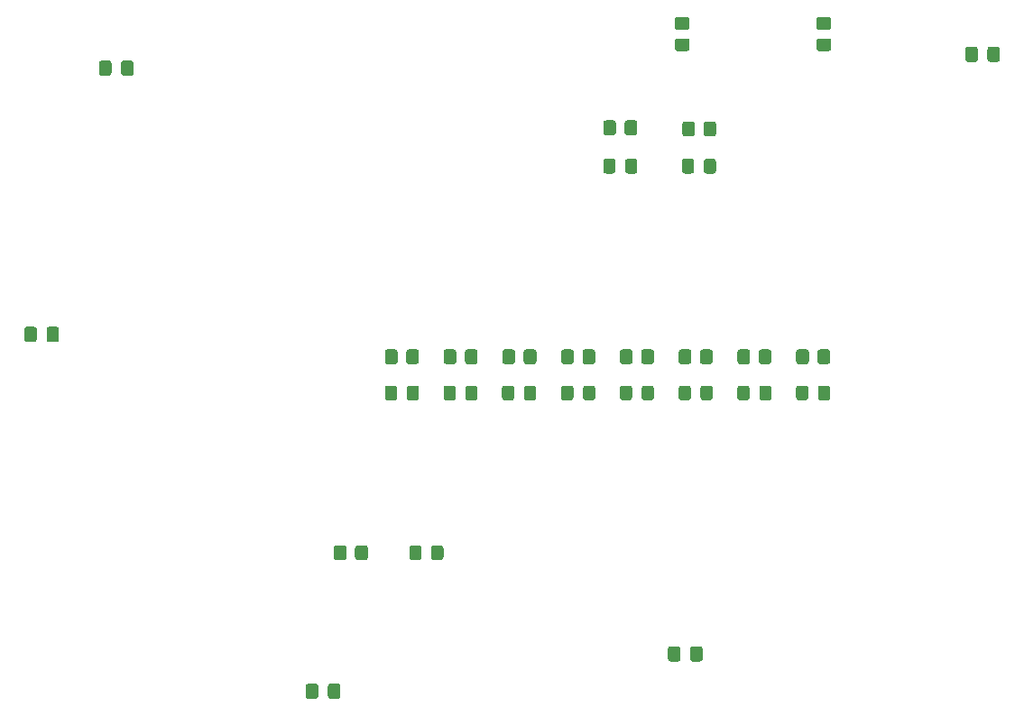
<source format=gtp>
G04 #@! TF.GenerationSoftware,KiCad,Pcbnew,(5.1.9)-1*
G04 #@! TF.CreationDate,2021-10-24T10:03:21-04:00*
G04 #@! TF.ProjectId,ram-mar,72616d2d-6d61-4722-9e6b-696361645f70,1.0*
G04 #@! TF.SameCoordinates,Original*
G04 #@! TF.FileFunction,Paste,Top*
G04 #@! TF.FilePolarity,Positive*
%FSLAX46Y46*%
G04 Gerber Fmt 4.6, Leading zero omitted, Abs format (unit mm)*
G04 Created by KiCad (PCBNEW (5.1.9)-1) date 2021-10-24 10:03:21*
%MOMM*%
%LPD*%
G01*
G04 APERTURE LIST*
G04 APERTURE END LIST*
G36*
G01*
X151850001Y-56300000D02*
X150949999Y-56300000D01*
G75*
G02*
X150700000Y-56050001I0J249999D01*
G01*
X150700000Y-55349999D01*
G75*
G02*
X150949999Y-55100000I249999J0D01*
G01*
X151850001Y-55100000D01*
G75*
G02*
X152100000Y-55349999I0J-249999D01*
G01*
X152100000Y-56050001D01*
G75*
G02*
X151850001Y-56300000I-249999J0D01*
G01*
G37*
G36*
G01*
X151850001Y-58300000D02*
X150949999Y-58300000D01*
G75*
G02*
X150700000Y-58050001I0J249999D01*
G01*
X150700000Y-57349999D01*
G75*
G02*
X150949999Y-57100000I249999J0D01*
G01*
X151850001Y-57100000D01*
G75*
G02*
X152100000Y-57349999I0J-249999D01*
G01*
X152100000Y-58050001D01*
G75*
G02*
X151850001Y-58300000I-249999J0D01*
G01*
G37*
G36*
G01*
X165150001Y-56300000D02*
X164249999Y-56300000D01*
G75*
G02*
X164000000Y-56050001I0J249999D01*
G01*
X164000000Y-55349999D01*
G75*
G02*
X164249999Y-55100000I249999J0D01*
G01*
X165150001Y-55100000D01*
G75*
G02*
X165400000Y-55349999I0J-249999D01*
G01*
X165400000Y-56050001D01*
G75*
G02*
X165150001Y-56300000I-249999J0D01*
G01*
G37*
G36*
G01*
X165150001Y-58300000D02*
X164249999Y-58300000D01*
G75*
G02*
X164000000Y-58050001I0J249999D01*
G01*
X164000000Y-57349999D01*
G75*
G02*
X164249999Y-57100000I249999J0D01*
G01*
X165150001Y-57100000D01*
G75*
G02*
X165400000Y-57349999I0J-249999D01*
G01*
X165400000Y-58050001D01*
G75*
G02*
X165150001Y-58300000I-249999J0D01*
G01*
G37*
G36*
G01*
X145200000Y-65049999D02*
X145200000Y-65950001D01*
G75*
G02*
X144950001Y-66200000I-249999J0D01*
G01*
X144249999Y-66200000D01*
G75*
G02*
X144000000Y-65950001I0J249999D01*
G01*
X144000000Y-65049999D01*
G75*
G02*
X144249999Y-64800000I249999J0D01*
G01*
X144950001Y-64800000D01*
G75*
G02*
X145200000Y-65049999I0J-249999D01*
G01*
G37*
G36*
G01*
X147200000Y-65049999D02*
X147200000Y-65950001D01*
G75*
G02*
X146950001Y-66200000I-249999J0D01*
G01*
X146249999Y-66200000D01*
G75*
G02*
X146000000Y-65950001I0J249999D01*
G01*
X146000000Y-65049999D01*
G75*
G02*
X146249999Y-64800000I249999J0D01*
G01*
X146950001Y-64800000D01*
G75*
G02*
X147200000Y-65049999I0J-249999D01*
G01*
G37*
G36*
G01*
X153400000Y-66050001D02*
X153400000Y-65149999D01*
G75*
G02*
X153649999Y-64900000I249999J0D01*
G01*
X154350001Y-64900000D01*
G75*
G02*
X154600000Y-65149999I0J-249999D01*
G01*
X154600000Y-66050001D01*
G75*
G02*
X154350001Y-66300000I-249999J0D01*
G01*
X153649999Y-66300000D01*
G75*
G02*
X153400000Y-66050001I0J249999D01*
G01*
G37*
G36*
G01*
X151400000Y-66050001D02*
X151400000Y-65149999D01*
G75*
G02*
X151649999Y-64900000I249999J0D01*
G01*
X152350001Y-64900000D01*
G75*
G02*
X152600000Y-65149999I0J-249999D01*
G01*
X152600000Y-66050001D01*
G75*
G02*
X152350001Y-66300000I-249999J0D01*
G01*
X151649999Y-66300000D01*
G75*
G02*
X151400000Y-66050001I0J249999D01*
G01*
G37*
G36*
G01*
X146050000Y-69550001D02*
X146050000Y-68649999D01*
G75*
G02*
X146299999Y-68400000I249999J0D01*
G01*
X146950001Y-68400000D01*
G75*
G02*
X147200000Y-68649999I0J-249999D01*
G01*
X147200000Y-69550001D01*
G75*
G02*
X146950001Y-69800000I-249999J0D01*
G01*
X146299999Y-69800000D01*
G75*
G02*
X146050000Y-69550001I0J249999D01*
G01*
G37*
G36*
G01*
X144000000Y-69550001D02*
X144000000Y-68649999D01*
G75*
G02*
X144249999Y-68400000I249999J0D01*
G01*
X144900001Y-68400000D01*
G75*
G02*
X145150000Y-68649999I0J-249999D01*
G01*
X145150000Y-69550001D01*
G75*
G02*
X144900001Y-69800000I-249999J0D01*
G01*
X144249999Y-69800000D01*
G75*
G02*
X144000000Y-69550001I0J249999D01*
G01*
G37*
G36*
G01*
X153425000Y-69550001D02*
X153425000Y-68649999D01*
G75*
G02*
X153674999Y-68400000I249999J0D01*
G01*
X154325001Y-68400000D01*
G75*
G02*
X154575000Y-68649999I0J-249999D01*
G01*
X154575000Y-69550001D01*
G75*
G02*
X154325001Y-69800000I-249999J0D01*
G01*
X153674999Y-69800000D01*
G75*
G02*
X153425000Y-69550001I0J249999D01*
G01*
G37*
G36*
G01*
X151375000Y-69550001D02*
X151375000Y-68649999D01*
G75*
G02*
X151624999Y-68400000I249999J0D01*
G01*
X152275001Y-68400000D01*
G75*
G02*
X152525000Y-68649999I0J-249999D01*
G01*
X152525000Y-69550001D01*
G75*
G02*
X152275001Y-69800000I-249999J0D01*
G01*
X151624999Y-69800000D01*
G75*
G02*
X151375000Y-69550001I0J249999D01*
G01*
G37*
G36*
G01*
X118150000Y-118875000D02*
X118150000Y-117925000D01*
G75*
G02*
X118400000Y-117675000I250000J0D01*
G01*
X119075000Y-117675000D01*
G75*
G02*
X119325000Y-117925000I0J-250000D01*
G01*
X119325000Y-118875000D01*
G75*
G02*
X119075000Y-119125000I-250000J0D01*
G01*
X118400000Y-119125000D01*
G75*
G02*
X118150000Y-118875000I0J250000D01*
G01*
G37*
G36*
G01*
X116075000Y-118875000D02*
X116075000Y-117925000D01*
G75*
G02*
X116325000Y-117675000I250000J0D01*
G01*
X117000000Y-117675000D01*
G75*
G02*
X117250000Y-117925000I0J-250000D01*
G01*
X117250000Y-118875000D01*
G75*
G02*
X117000000Y-119125000I-250000J0D01*
G01*
X116325000Y-119125000D01*
G75*
G02*
X116075000Y-118875000I0J250000D01*
G01*
G37*
G36*
G01*
X152150000Y-115375000D02*
X152150000Y-114425000D01*
G75*
G02*
X152400000Y-114175000I250000J0D01*
G01*
X153075000Y-114175000D01*
G75*
G02*
X153325000Y-114425000I0J-250000D01*
G01*
X153325000Y-115375000D01*
G75*
G02*
X153075000Y-115625000I-250000J0D01*
G01*
X152400000Y-115625000D01*
G75*
G02*
X152150000Y-115375000I0J250000D01*
G01*
G37*
G36*
G01*
X150075000Y-115375000D02*
X150075000Y-114425000D01*
G75*
G02*
X150325000Y-114175000I250000J0D01*
G01*
X151000000Y-114175000D01*
G75*
G02*
X151250000Y-114425000I0J-250000D01*
G01*
X151250000Y-115375000D01*
G75*
G02*
X151000000Y-115625000I-250000J0D01*
G01*
X150325000Y-115625000D01*
G75*
G02*
X150075000Y-115375000I0J250000D01*
G01*
G37*
G36*
G01*
X91750000Y-85375000D02*
X91750000Y-84425000D01*
G75*
G02*
X92000000Y-84175000I250000J0D01*
G01*
X92675000Y-84175000D01*
G75*
G02*
X92925000Y-84425000I0J-250000D01*
G01*
X92925000Y-85375000D01*
G75*
G02*
X92675000Y-85625000I-250000J0D01*
G01*
X92000000Y-85625000D01*
G75*
G02*
X91750000Y-85375000I0J250000D01*
G01*
G37*
G36*
G01*
X89675000Y-85375000D02*
X89675000Y-84425000D01*
G75*
G02*
X89925000Y-84175000I250000J0D01*
G01*
X90600000Y-84175000D01*
G75*
G02*
X90850000Y-84425000I0J-250000D01*
G01*
X90850000Y-85375000D01*
G75*
G02*
X90600000Y-85625000I-250000J0D01*
G01*
X89925000Y-85625000D01*
G75*
G02*
X89675000Y-85375000I0J250000D01*
G01*
G37*
G36*
G01*
X98750000Y-60375000D02*
X98750000Y-59425000D01*
G75*
G02*
X99000000Y-59175000I250000J0D01*
G01*
X99675000Y-59175000D01*
G75*
G02*
X99925000Y-59425000I0J-250000D01*
G01*
X99925000Y-60375000D01*
G75*
G02*
X99675000Y-60625000I-250000J0D01*
G01*
X99000000Y-60625000D01*
G75*
G02*
X98750000Y-60375000I0J250000D01*
G01*
G37*
G36*
G01*
X96675000Y-60375000D02*
X96675000Y-59425000D01*
G75*
G02*
X96925000Y-59175000I250000J0D01*
G01*
X97600000Y-59175000D01*
G75*
G02*
X97850000Y-59425000I0J-250000D01*
G01*
X97850000Y-60375000D01*
G75*
G02*
X97600000Y-60625000I-250000J0D01*
G01*
X96925000Y-60625000D01*
G75*
G02*
X96675000Y-60375000I0J250000D01*
G01*
G37*
G36*
G01*
X179150000Y-58125000D02*
X179150000Y-59075000D01*
G75*
G02*
X178900000Y-59325000I-250000J0D01*
G01*
X178225000Y-59325000D01*
G75*
G02*
X177975000Y-59075000I0J250000D01*
G01*
X177975000Y-58125000D01*
G75*
G02*
X178225000Y-57875000I250000J0D01*
G01*
X178900000Y-57875000D01*
G75*
G02*
X179150000Y-58125000I0J-250000D01*
G01*
G37*
G36*
G01*
X181225000Y-58125000D02*
X181225000Y-59075000D01*
G75*
G02*
X180975000Y-59325000I-250000J0D01*
G01*
X180300000Y-59325000D01*
G75*
G02*
X180050000Y-59075000I0J250000D01*
G01*
X180050000Y-58125000D01*
G75*
G02*
X180300000Y-57875000I250000J0D01*
G01*
X180975000Y-57875000D01*
G75*
G02*
X181225000Y-58125000I0J-250000D01*
G01*
G37*
G36*
G01*
X119900000Y-104949999D02*
X119900000Y-105850001D01*
G75*
G02*
X119650001Y-106100000I-249999J0D01*
G01*
X118949999Y-106100000D01*
G75*
G02*
X118700000Y-105850001I0J249999D01*
G01*
X118700000Y-104949999D01*
G75*
G02*
X118949999Y-104700000I249999J0D01*
G01*
X119650001Y-104700000D01*
G75*
G02*
X119900000Y-104949999I0J-249999D01*
G01*
G37*
G36*
G01*
X121900000Y-104949999D02*
X121900000Y-105850001D01*
G75*
G02*
X121650001Y-106100000I-249999J0D01*
G01*
X120949999Y-106100000D01*
G75*
G02*
X120700000Y-105850001I0J249999D01*
G01*
X120700000Y-104949999D01*
G75*
G02*
X120949999Y-104700000I249999J0D01*
G01*
X121650001Y-104700000D01*
G75*
G02*
X121900000Y-104949999I0J-249999D01*
G01*
G37*
G36*
G01*
X127850000Y-105850001D02*
X127850000Y-104949999D01*
G75*
G02*
X128099999Y-104700000I249999J0D01*
G01*
X128750001Y-104700000D01*
G75*
G02*
X129000000Y-104949999I0J-249999D01*
G01*
X129000000Y-105850001D01*
G75*
G02*
X128750001Y-106100000I-249999J0D01*
G01*
X128099999Y-106100000D01*
G75*
G02*
X127850000Y-105850001I0J249999D01*
G01*
G37*
G36*
G01*
X125800000Y-105850001D02*
X125800000Y-104949999D01*
G75*
G02*
X126049999Y-104700000I249999J0D01*
G01*
X126700001Y-104700000D01*
G75*
G02*
X126950000Y-104949999I0J-249999D01*
G01*
X126950000Y-105850001D01*
G75*
G02*
X126700001Y-106100000I-249999J0D01*
G01*
X126049999Y-106100000D01*
G75*
G02*
X125800000Y-105850001I0J249999D01*
G01*
G37*
G36*
G01*
X125500000Y-87450001D02*
X125500000Y-86549999D01*
G75*
G02*
X125749999Y-86300000I249999J0D01*
G01*
X126450001Y-86300000D01*
G75*
G02*
X126700000Y-86549999I0J-249999D01*
G01*
X126700000Y-87450001D01*
G75*
G02*
X126450001Y-87700000I-249999J0D01*
G01*
X125749999Y-87700000D01*
G75*
G02*
X125500000Y-87450001I0J249999D01*
G01*
G37*
G36*
G01*
X123500000Y-87450001D02*
X123500000Y-86549999D01*
G75*
G02*
X123749999Y-86300000I249999J0D01*
G01*
X124450001Y-86300000D01*
G75*
G02*
X124700000Y-86549999I0J-249999D01*
G01*
X124700000Y-87450001D01*
G75*
G02*
X124450001Y-87700000I-249999J0D01*
G01*
X123749999Y-87700000D01*
G75*
G02*
X123500000Y-87450001I0J249999D01*
G01*
G37*
G36*
G01*
X131014285Y-87450001D02*
X131014285Y-86549999D01*
G75*
G02*
X131264284Y-86300000I249999J0D01*
G01*
X131964286Y-86300000D01*
G75*
G02*
X132214285Y-86549999I0J-249999D01*
G01*
X132214285Y-87450001D01*
G75*
G02*
X131964286Y-87700000I-249999J0D01*
G01*
X131264284Y-87700000D01*
G75*
G02*
X131014285Y-87450001I0J249999D01*
G01*
G37*
G36*
G01*
X129014285Y-87450001D02*
X129014285Y-86549999D01*
G75*
G02*
X129264284Y-86300000I249999J0D01*
G01*
X129964286Y-86300000D01*
G75*
G02*
X130214285Y-86549999I0J-249999D01*
G01*
X130214285Y-87450001D01*
G75*
G02*
X129964286Y-87700000I-249999J0D01*
G01*
X129264284Y-87700000D01*
G75*
G02*
X129014285Y-87450001I0J249999D01*
G01*
G37*
G36*
G01*
X136528570Y-87450001D02*
X136528570Y-86549999D01*
G75*
G02*
X136778569Y-86300000I249999J0D01*
G01*
X137478571Y-86300000D01*
G75*
G02*
X137728570Y-86549999I0J-249999D01*
G01*
X137728570Y-87450001D01*
G75*
G02*
X137478571Y-87700000I-249999J0D01*
G01*
X136778569Y-87700000D01*
G75*
G02*
X136528570Y-87450001I0J249999D01*
G01*
G37*
G36*
G01*
X134528570Y-87450001D02*
X134528570Y-86549999D01*
G75*
G02*
X134778569Y-86300000I249999J0D01*
G01*
X135478571Y-86300000D01*
G75*
G02*
X135728570Y-86549999I0J-249999D01*
G01*
X135728570Y-87450001D01*
G75*
G02*
X135478571Y-87700000I-249999J0D01*
G01*
X134778569Y-87700000D01*
G75*
G02*
X134528570Y-87450001I0J249999D01*
G01*
G37*
G36*
G01*
X142042855Y-87450001D02*
X142042855Y-86549999D01*
G75*
G02*
X142292854Y-86300000I249999J0D01*
G01*
X142992856Y-86300000D01*
G75*
G02*
X143242855Y-86549999I0J-249999D01*
G01*
X143242855Y-87450001D01*
G75*
G02*
X142992856Y-87700000I-249999J0D01*
G01*
X142292854Y-87700000D01*
G75*
G02*
X142042855Y-87450001I0J249999D01*
G01*
G37*
G36*
G01*
X140042855Y-87450001D02*
X140042855Y-86549999D01*
G75*
G02*
X140292854Y-86300000I249999J0D01*
G01*
X140992856Y-86300000D01*
G75*
G02*
X141242855Y-86549999I0J-249999D01*
G01*
X141242855Y-87450001D01*
G75*
G02*
X140992856Y-87700000I-249999J0D01*
G01*
X140292854Y-87700000D01*
G75*
G02*
X140042855Y-87450001I0J249999D01*
G01*
G37*
G36*
G01*
X147557140Y-87450001D02*
X147557140Y-86549999D01*
G75*
G02*
X147807139Y-86300000I249999J0D01*
G01*
X148507141Y-86300000D01*
G75*
G02*
X148757140Y-86549999I0J-249999D01*
G01*
X148757140Y-87450001D01*
G75*
G02*
X148507141Y-87700000I-249999J0D01*
G01*
X147807139Y-87700000D01*
G75*
G02*
X147557140Y-87450001I0J249999D01*
G01*
G37*
G36*
G01*
X145557140Y-87450001D02*
X145557140Y-86549999D01*
G75*
G02*
X145807139Y-86300000I249999J0D01*
G01*
X146507141Y-86300000D01*
G75*
G02*
X146757140Y-86549999I0J-249999D01*
G01*
X146757140Y-87450001D01*
G75*
G02*
X146507141Y-87700000I-249999J0D01*
G01*
X145807139Y-87700000D01*
G75*
G02*
X145557140Y-87450001I0J249999D01*
G01*
G37*
G36*
G01*
X153071425Y-87450001D02*
X153071425Y-86549999D01*
G75*
G02*
X153321424Y-86300000I249999J0D01*
G01*
X154021426Y-86300000D01*
G75*
G02*
X154271425Y-86549999I0J-249999D01*
G01*
X154271425Y-87450001D01*
G75*
G02*
X154021426Y-87700000I-249999J0D01*
G01*
X153321424Y-87700000D01*
G75*
G02*
X153071425Y-87450001I0J249999D01*
G01*
G37*
G36*
G01*
X151071425Y-87450001D02*
X151071425Y-86549999D01*
G75*
G02*
X151321424Y-86300000I249999J0D01*
G01*
X152021426Y-86300000D01*
G75*
G02*
X152271425Y-86549999I0J-249999D01*
G01*
X152271425Y-87450001D01*
G75*
G02*
X152021426Y-87700000I-249999J0D01*
G01*
X151321424Y-87700000D01*
G75*
G02*
X151071425Y-87450001I0J249999D01*
G01*
G37*
G36*
G01*
X158585710Y-87450001D02*
X158585710Y-86549999D01*
G75*
G02*
X158835709Y-86300000I249999J0D01*
G01*
X159535711Y-86300000D01*
G75*
G02*
X159785710Y-86549999I0J-249999D01*
G01*
X159785710Y-87450001D01*
G75*
G02*
X159535711Y-87700000I-249999J0D01*
G01*
X158835709Y-87700000D01*
G75*
G02*
X158585710Y-87450001I0J249999D01*
G01*
G37*
G36*
G01*
X156585710Y-87450001D02*
X156585710Y-86549999D01*
G75*
G02*
X156835709Y-86300000I249999J0D01*
G01*
X157535711Y-86300000D01*
G75*
G02*
X157785710Y-86549999I0J-249999D01*
G01*
X157785710Y-87450001D01*
G75*
G02*
X157535711Y-87700000I-249999J0D01*
G01*
X156835709Y-87700000D01*
G75*
G02*
X156585710Y-87450001I0J249999D01*
G01*
G37*
G36*
G01*
X164100000Y-87450001D02*
X164100000Y-86549999D01*
G75*
G02*
X164349999Y-86300000I249999J0D01*
G01*
X165050001Y-86300000D01*
G75*
G02*
X165300000Y-86549999I0J-249999D01*
G01*
X165300000Y-87450001D01*
G75*
G02*
X165050001Y-87700000I-249999J0D01*
G01*
X164349999Y-87700000D01*
G75*
G02*
X164100000Y-87450001I0J249999D01*
G01*
G37*
G36*
G01*
X162100000Y-87450001D02*
X162100000Y-86549999D01*
G75*
G02*
X162349999Y-86300000I249999J0D01*
G01*
X163050001Y-86300000D01*
G75*
G02*
X163300000Y-86549999I0J-249999D01*
G01*
X163300000Y-87450001D01*
G75*
G02*
X163050001Y-87700000I-249999J0D01*
G01*
X162349999Y-87700000D01*
G75*
G02*
X162100000Y-87450001I0J249999D01*
G01*
G37*
G36*
G01*
X125550000Y-90850001D02*
X125550000Y-89949999D01*
G75*
G02*
X125799999Y-89700000I249999J0D01*
G01*
X126450001Y-89700000D01*
G75*
G02*
X126700000Y-89949999I0J-249999D01*
G01*
X126700000Y-90850001D01*
G75*
G02*
X126450001Y-91100000I-249999J0D01*
G01*
X125799999Y-91100000D01*
G75*
G02*
X125550000Y-90850001I0J249999D01*
G01*
G37*
G36*
G01*
X123500000Y-90850001D02*
X123500000Y-89949999D01*
G75*
G02*
X123749999Y-89700000I249999J0D01*
G01*
X124400001Y-89700000D01*
G75*
G02*
X124650000Y-89949999I0J-249999D01*
G01*
X124650000Y-90850001D01*
G75*
G02*
X124400001Y-91100000I-249999J0D01*
G01*
X123749999Y-91100000D01*
G75*
G02*
X123500000Y-90850001I0J249999D01*
G01*
G37*
G36*
G01*
X131050000Y-90850001D02*
X131050000Y-89949999D01*
G75*
G02*
X131299999Y-89700000I249999J0D01*
G01*
X131950001Y-89700000D01*
G75*
G02*
X132200000Y-89949999I0J-249999D01*
G01*
X132200000Y-90850001D01*
G75*
G02*
X131950001Y-91100000I-249999J0D01*
G01*
X131299999Y-91100000D01*
G75*
G02*
X131050000Y-90850001I0J249999D01*
G01*
G37*
G36*
G01*
X129000000Y-90850001D02*
X129000000Y-89949999D01*
G75*
G02*
X129249999Y-89700000I249999J0D01*
G01*
X129900001Y-89700000D01*
G75*
G02*
X130150000Y-89949999I0J-249999D01*
G01*
X130150000Y-90850001D01*
G75*
G02*
X129900001Y-91100000I-249999J0D01*
G01*
X129249999Y-91100000D01*
G75*
G02*
X129000000Y-90850001I0J249999D01*
G01*
G37*
G36*
G01*
X136550000Y-90850001D02*
X136550000Y-89949999D01*
G75*
G02*
X136799999Y-89700000I249999J0D01*
G01*
X137450001Y-89700000D01*
G75*
G02*
X137700000Y-89949999I0J-249999D01*
G01*
X137700000Y-90850001D01*
G75*
G02*
X137450001Y-91100000I-249999J0D01*
G01*
X136799999Y-91100000D01*
G75*
G02*
X136550000Y-90850001I0J249999D01*
G01*
G37*
G36*
G01*
X134500000Y-90850001D02*
X134500000Y-89949999D01*
G75*
G02*
X134749999Y-89700000I249999J0D01*
G01*
X135400001Y-89700000D01*
G75*
G02*
X135650000Y-89949999I0J-249999D01*
G01*
X135650000Y-90850001D01*
G75*
G02*
X135400001Y-91100000I-249999J0D01*
G01*
X134749999Y-91100000D01*
G75*
G02*
X134500000Y-90850001I0J249999D01*
G01*
G37*
G36*
G01*
X142092855Y-90850001D02*
X142092855Y-89949999D01*
G75*
G02*
X142342854Y-89700000I249999J0D01*
G01*
X142992856Y-89700000D01*
G75*
G02*
X143242855Y-89949999I0J-249999D01*
G01*
X143242855Y-90850001D01*
G75*
G02*
X142992856Y-91100000I-249999J0D01*
G01*
X142342854Y-91100000D01*
G75*
G02*
X142092855Y-90850001I0J249999D01*
G01*
G37*
G36*
G01*
X140042855Y-90850001D02*
X140042855Y-89949999D01*
G75*
G02*
X140292854Y-89700000I249999J0D01*
G01*
X140942856Y-89700000D01*
G75*
G02*
X141192855Y-89949999I0J-249999D01*
G01*
X141192855Y-90850001D01*
G75*
G02*
X140942856Y-91100000I-249999J0D01*
G01*
X140292854Y-91100000D01*
G75*
G02*
X140042855Y-90850001I0J249999D01*
G01*
G37*
G36*
G01*
X147607140Y-90850001D02*
X147607140Y-89949999D01*
G75*
G02*
X147857139Y-89700000I249999J0D01*
G01*
X148507141Y-89700000D01*
G75*
G02*
X148757140Y-89949999I0J-249999D01*
G01*
X148757140Y-90850001D01*
G75*
G02*
X148507141Y-91100000I-249999J0D01*
G01*
X147857139Y-91100000D01*
G75*
G02*
X147607140Y-90850001I0J249999D01*
G01*
G37*
G36*
G01*
X145557140Y-90850001D02*
X145557140Y-89949999D01*
G75*
G02*
X145807139Y-89700000I249999J0D01*
G01*
X146457141Y-89700000D01*
G75*
G02*
X146707140Y-89949999I0J-249999D01*
G01*
X146707140Y-90850001D01*
G75*
G02*
X146457141Y-91100000I-249999J0D01*
G01*
X145807139Y-91100000D01*
G75*
G02*
X145557140Y-90850001I0J249999D01*
G01*
G37*
G36*
G01*
X153121425Y-90850001D02*
X153121425Y-89949999D01*
G75*
G02*
X153371424Y-89700000I249999J0D01*
G01*
X154021426Y-89700000D01*
G75*
G02*
X154271425Y-89949999I0J-249999D01*
G01*
X154271425Y-90850001D01*
G75*
G02*
X154021426Y-91100000I-249999J0D01*
G01*
X153371424Y-91100000D01*
G75*
G02*
X153121425Y-90850001I0J249999D01*
G01*
G37*
G36*
G01*
X151071425Y-90850001D02*
X151071425Y-89949999D01*
G75*
G02*
X151321424Y-89700000I249999J0D01*
G01*
X151971426Y-89700000D01*
G75*
G02*
X152221425Y-89949999I0J-249999D01*
G01*
X152221425Y-90850001D01*
G75*
G02*
X151971426Y-91100000I-249999J0D01*
G01*
X151321424Y-91100000D01*
G75*
G02*
X151071425Y-90850001I0J249999D01*
G01*
G37*
G36*
G01*
X158635710Y-90850001D02*
X158635710Y-89949999D01*
G75*
G02*
X158885709Y-89700000I249999J0D01*
G01*
X159535711Y-89700000D01*
G75*
G02*
X159785710Y-89949999I0J-249999D01*
G01*
X159785710Y-90850001D01*
G75*
G02*
X159535711Y-91100000I-249999J0D01*
G01*
X158885709Y-91100000D01*
G75*
G02*
X158635710Y-90850001I0J249999D01*
G01*
G37*
G36*
G01*
X156585710Y-90850001D02*
X156585710Y-89949999D01*
G75*
G02*
X156835709Y-89700000I249999J0D01*
G01*
X157485711Y-89700000D01*
G75*
G02*
X157735710Y-89949999I0J-249999D01*
G01*
X157735710Y-90850001D01*
G75*
G02*
X157485711Y-91100000I-249999J0D01*
G01*
X156835709Y-91100000D01*
G75*
G02*
X156585710Y-90850001I0J249999D01*
G01*
G37*
G36*
G01*
X164150000Y-90850001D02*
X164150000Y-89949999D01*
G75*
G02*
X164399999Y-89700000I249999J0D01*
G01*
X165050001Y-89700000D01*
G75*
G02*
X165300000Y-89949999I0J-249999D01*
G01*
X165300000Y-90850001D01*
G75*
G02*
X165050001Y-91100000I-249999J0D01*
G01*
X164399999Y-91100000D01*
G75*
G02*
X164150000Y-90850001I0J249999D01*
G01*
G37*
G36*
G01*
X162100000Y-90850001D02*
X162100000Y-89949999D01*
G75*
G02*
X162349999Y-89700000I249999J0D01*
G01*
X163000001Y-89700000D01*
G75*
G02*
X163250000Y-89949999I0J-249999D01*
G01*
X163250000Y-90850001D01*
G75*
G02*
X163000001Y-91100000I-249999J0D01*
G01*
X162349999Y-91100000D01*
G75*
G02*
X162100000Y-90850001I0J249999D01*
G01*
G37*
M02*

</source>
